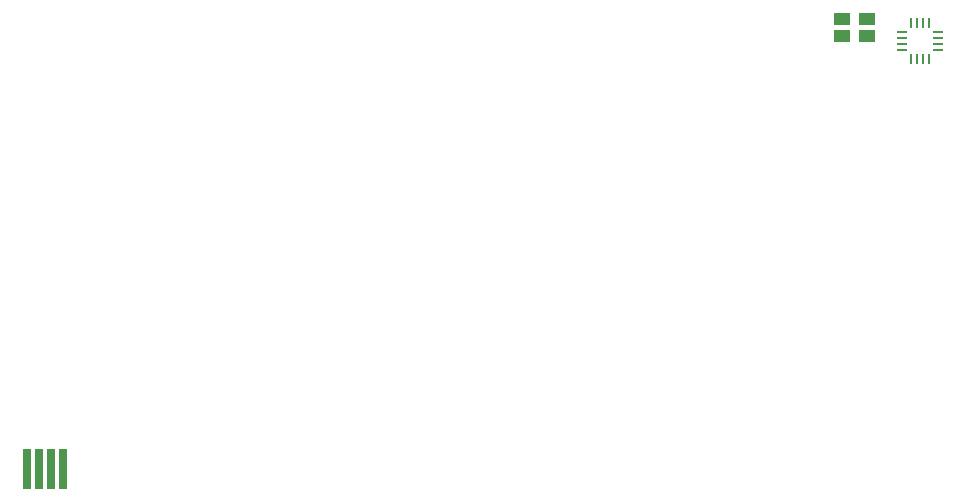
<source format=gbp>
G04*
G04 #@! TF.GenerationSoftware,Altium Limited,Altium Designer,18.0.7 (293)*
G04*
G04 Layer_Color=128*
%FSAX25Y25*%
%MOIN*%
G70*
G01*
G75*
%ADD19R,0.02756X0.13780*%
%ADD20R,0.05512X0.04331*%
%ADD21R,0.01102X0.03543*%
%ADD22R,0.03543X0.01102*%
D19*
X0015748Y0006053D02*
D03*
X0011811D02*
D03*
X0007874D02*
D03*
X0003937D02*
D03*
D20*
X0275500Y0156306D02*
D03*
Y0150401D02*
D03*
X0284000Y0156306D02*
D03*
Y0150401D02*
D03*
D21*
X0298547Y0142948D02*
D03*
X0300516D02*
D03*
X0302484D02*
D03*
X0304453D02*
D03*
Y0154759D02*
D03*
X0302484D02*
D03*
X0300516D02*
D03*
X0298547D02*
D03*
D22*
X0307405Y0145901D02*
D03*
Y0147869D02*
D03*
Y0149838D02*
D03*
Y0151806D02*
D03*
X0295595D02*
D03*
Y0149838D02*
D03*
Y0147869D02*
D03*
Y0145901D02*
D03*
M02*

</source>
